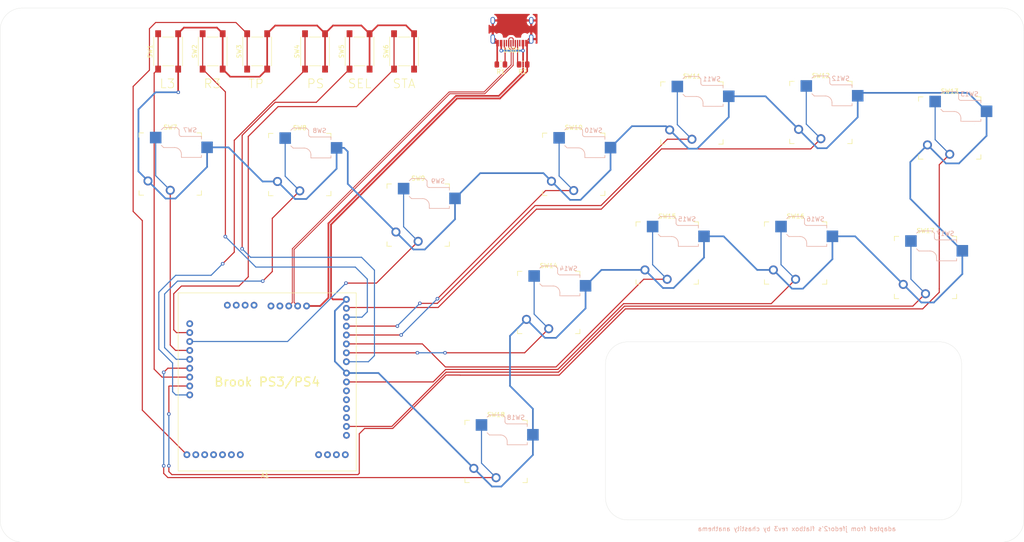
<source format=kicad_pcb>
(kicad_pcb (version 20211014) (generator pcbnew)
  (layers (0 "F.Cu" signal) (31 "B.Cu" signal) (34 "B.Paste" user) (35 "F.Paste" user) (36 "B.SilkS" user "B.Silkscreen") (37 "F.SilkS" user "F.Silkscreen") (38 "B.Mask" user) (39 "F.Mask" user) (44 "Edge.Cuts" user))
  (net 0 "")
  (net 1 "GND")
  (net 2 "+5V")
  (net 3 "D-")
  (net 4 "D+")
  (net 7 "LEFT")
  (net 8 "DOWN")
  (net 9 "RIGHT")
  (net 10 "UP")
  (net 24 "OPTIONS")
  (net 25 "L3")
  (net 26 "L1")
  (net 27 "PS_Key")
  (net 28 "R1")
  (net 29 "R3")
  (net 30 "TRIANGLE")
  (net 31 "SQUARE")
  (net 32 "CIRCLE")
  (net 33 "CROSS")
  (net 34 "SHARE")
  (net 35 "R2")
  (net 36 "L2")
  (net 37 "TPKEY")
  (net 38 "Net-(R1-Pad1)")
  (net 39 "Net-(R2-Pad1)")
  (footprint "Kailh:Kailh_socket_PG1350_optional" (layer "F.Cu") (at 87.32 65.17)
    (fp_text reference "SW8")
    (fp_text value "SW_Push")
  )
  (footprint "Kailh:Kailh_socket_PG1350_optional" (layer "F.Cu") (at 113.92 76.52)
    (fp_text reference "SW9")
    (fp_text value "SW_Push")
  )
  (footprint "Kailh:Kailh_socket_PG1350_optional" (layer "F.Cu") (at 131.42 129.62)
    (fp_text reference "SW18")
    (fp_text value "SW_Push")
  )
  (footprint "Kailh:Kailh_socket_PG1350_optional" (layer "F.Cu") (at 148.86 65.11)
    (fp_text reference "SW10")
    (fp_text value "SW_Push")
  )
  (footprint "Kailh:Kailh_socket_PG1350_optional" (layer "F.Cu") (at 175.42 53.58)
    (fp_text reference "SW11")
    (fp_text value "SW_Push")
  )
  (footprint "Kailh:Kailh_socket_PG1350_optional" (layer "F.Cu") (at 204.39 53.46)
    (fp_text reference "SW12")
    (fp_text value "SW_Push")
  )
  (footprint "Kailh:Kailh_socket_PG1350_optional" (layer "F.Cu") (at 233.3364 56.9504)
    (fp_text reference "SW13")
    (fp_text value "SW_Push")
  )
  (footprint "Kailh:Kailh_socket_PG1350_optional" (layer "F.Cu") (at 143.25 96.15)
    (fp_text reference "SW14")
    (fp_text value "SW_Push")
  )
  (footprint "Kailh:Kailh_socket_PG1350_optional" (layer "F.Cu") (at 169.86 85.04)
    (fp_text reference "SW15")
    (fp_text value "SW_Push")
  )
  (footprint "Kailh:Kailh_socket_PG1350_optional" (layer "F.Cu") (at 198.71 85.04)
    (fp_text reference "SW16")
    (fp_text value "SW_Push")
  )
  (footprint "Kailh:Kailh_socket_PG1350_optional" (layer "F.Cu") (at 227.8964 88.2904)
    (fp_text reference "SW17")
    (fp_text value "SW_Push")
  )
  (footprint "Chicago Screw:Chicago Screw" (layer "F.Cu") (at 27 37)
    (fp_text reference "REF**" hide)
    (fp_text value "Chicago Screw")
  )
  (footprint "Chicago Screw:Chicago Screw" (layer "F.Cu") (at 32 138)
    (fp_text reference "REF**" hide)
    (fp_text value "Chicago Screw")
  )
  (footprint "Chicago Screw:Chicago Screw" (layer "F.Cu") (at 243 143)
    (fp_text reference "REF**" hide)
    (fp_text value "Chicago Screw")
  )
  (footprint "Chicago Screw:Chicago Screw" (layer "F.Cu") (at 243 37)
    (fp_text reference "REF**" hide)
    (fp_text value "Chicago Screw")
  )
  (footprint "Kailh:Kailh_socket_PG1350_optional" (layer "F.Cu") (at 58.225 65.05)
    (fp_text reference "SW7")
    (fp_text value "SW_Push")
  )
  (footprint "Button_Switch_SMD:SW_Push_1P1T_NO_6x6mm_H9.5mm" (layer "F.Cu") (at 90.75 39.75 90)
    (fp_text reference "SW4")
    (fp_text value "SW_Push")
  )
  (footprint "Button_Switch_SMD:SW_Push_1P1T_NO_6x6mm_H9.5mm" (layer "F.Cu") (at 67.75 39.75 90)
    (fp_text reference "SW2")
    (fp_text value "SW_Push")
  )
  (footprint "Button_Switch_SMD:SW_Push_1P1T_NO_6x6mm_H9.5mm" (layer "F.Cu") (at 100.75 39.75 90)
    (fp_text reference "SW5")
    (fp_text value "SW_Push")
  )
  (footprint "Button_Switch_SMD:SW_Push_1P1T_NO_6x6mm_H9.5mm" (layer "F.Cu") (at 57.75 39.75 90)
    (fp_text reference "SW1")
    (fp_text value "SW_Push")
  )
  (footprint "Button_Switch_SMD:SW_Push_1P1T_NO_6x6mm_H9.5mm" (layer "F.Cu") (at 77.75 39.75 90)
    (fp_text reference "SW3")
    (fp_text value "SW_Push")
  )
  (footprint "Button_Switch_SMD:SW_Push_1P1T_NO_6x6mm_H9.5mm" (layer "F.Cu") (at 110.75 39.75 90)
    (fp_text reference "SW6")
    (fp_text value "SW_Push")
  )
  (footprint "Brook:Brook_PS3PS4_PCBA" (layer "F.Cu") (at 60 134 90)
    (fp_text reference "A1")
    (fp_text value "Brook_PS3PS4_PCBA")
  )
  (footprint "Resistor_SMD:R_0805_2012Metric" (layer "F.Cu") (at 137.5 42.68)
    (fp_text reference "R2")
    (fp_text value "5.1k")
  )
  (footprint "Type-C:HRO-TYPE-C-31-M-12-Assembly" (layer "F.Cu") (at 135 30.1968 180)
    (fp_text reference "USB1")
    (fp_text value "HRO-TYPE-C-31-M-12")
  )
  (footprint "Resistor_SMD:R_0805_2012Metric" (layer "F.Cu") (at 132.5 42.68 180)
    (fp_text reference "R1")
    (fp_text value "5.1k")
  )
  (footprint "" (layer "F.Cu") (at 46.5 143.5)
    (fp_text reference "")
    (fp_text value "")
  )
  (gr_line (start 25 30) (end 245 30) (layer "Edge.Cuts") (width 0.05))
  (gr_line (start 250 35) (end 250 145) (layer "Edge.Cuts") (width 0.05))
  (gr_line (start 245 150) (end 25 150) (layer "Edge.Cuts") (width 0.05))
  (gr_line (start 20 145) (end 20 35) (layer "Edge.Cuts") (width 0.05))
  (gr_arc (start 20 35) (mid 21.464466 31.464466) (end 25 30) (layer "Edge.Cuts") (width 0.05))
  (gr_arc (start 250 145) (mid 248.535534 148.535534) (end 245 150) (layer "Edge.Cuts") (width 0.05))
  (gr_line (start 161 105) (end 231 105) (layer "Edge.Cuts") (width 0.05))
  (gr_line (start 231 145) (end 161 145) (layer "Edge.Cuts") (width 0.05))
  (gr_line (start 236 110) (end 236 140) (layer "Edge.Cuts") (width 0.05))
  (gr_arc (start 245 30) (mid 248.535534 31.464466) (end 250 35) (layer "Edge.Cuts") (width 0.05))
  (gr_arc (start 231 105) (mid 234.535534 106.464466) (end 236 110) (layer "Edge.Cuts") (width 0.05))
  (gr_arc (start 236 140) (mid 234.535534 143.535534) (end 231 145) (layer "Edge.Cuts") (width 0.05))
  (gr_arc (start 156 110) (mid 157.464466 106.464466) (end 161 105) (layer "Edge.Cuts") (width 0.05))
  (gr_arc (start 25 150) (mid 21.464466 148.535534) (end 20 145) (layer "Edge.Cuts") (width 0.05))
  (gr_line (start 156 140) (end 156 110) (layer "Edge.Cuts") (width 0.05))
  (gr_arc (start 161 145) (mid 157.464466 143.535534) (end 156 140) (layer "Edge.Cuts") (width 0.05))
  (gr_text "adapted from jfedor2's flatbox rev3 by chastity anathema" (at 199 147) (layer "B.SilkS") (effects (font (size 1 1)) (justify mirror)))
  (gr_text "PS" (at 90.86 47) (layer "F.SilkS") (effects (font (size 2 2))))
  (gr_text "R3" (at 67.67 47) (layer "F.SilkS") (effects (font (size 2 2))))
  (gr_text "SEL" (at 100.79 47) (layer "F.SilkS") (effects (font (size 2 2))))
  (gr_text "STA" (at 110.76 47) (layer "F.SilkS") (effects (font (size 2 2))))
  (gr_text "TP" (at 77.49 47) (layer "F.SilkS") (effects (font (size 2 2))))
  (gr_text "L3" (at 57.59 47) (layer "F.SilkS") (effects (font (size 2 2))))
  (segment (start 70 35.775) (end 70 43.725) (width 0.381) (layer "F.Cu") (net 1))
  (segment (start 60 48.91) (end 60.02 48.93) (width 0.381) (layer "F.Cu") (net 1))
  (segment (start 132.289449 50.320551) (end 138.4125 44.1975) (width 0.381) (layer "F.Cu") (net 1))
  (segment (start 131.6825 42.6175) (end 131.6825 38) (width 0.381) (layer "F.Cu") (net 1))
  (segment (start 104.88 33.89) (end 111.17 33.89) (width 0.381) (layer "F.Cu") (net 1))
  (segment (start 131.8075 37.875) (end 131.6275 37.875) (width 0.381) (layer "F.Cu") (net 1))
  (segment (start 60 43.725) (end 60 48.91) (width 0.381) (layer "F.Cu") (net 1))
  (segment (start 97.79 95.46) (end 94.78 95.46) (width 0.381) (layer "F.Cu") (net 1))
  (segment (start 60.02 35.7) (end 60.02 43.83) (width 0.381) (layer "F.Cu") (net 1))
  (segment (start 138.4375 37.875) (end 138.3825 37.875) (width 0.381) (layer "F.Cu") (net 1))
  (segment (start 131.8075 42.4925) (end 131.62 42.68) (width 0.381) (layer "F.Cu") (net 1))
  (segment (start 81.8 33.94) (end 91.22 33.94) (width 0.381) (layer "F.Cu") (net 1))
  (segment (start 91.22 33.94) (end 93 35.72) (width 0.381) (layer "F.Cu") (net 1))
  (segment (start 131.6825 38) (end 131.8075 37.875) (width 0.381) (layer "F.Cu") (net 1))
  (segment (start 122.650429 50.320551) (end 132.289449 50.320551) (width 0.381) (layer "F.Cu") (net 1))
  (segment (start 68.7 34.4) (end 70 35.7) (width 0.381) (layer "F.Cu") (net 1))
  (segment (start 80 35.775) (end 80 43.725) (width 0.381) (layer "F.Cu") (net 1))
  (segment (start 94.79 33.93) (end 101.155 33.93) (width 0.381) (layer "F.Cu") (net 1))
  (segment (start 131.62 42.68) (end 131.6825 42.6175) (width 0.381) (layer "F.Cu") (net 1))
  (segment (start 103 35.77) (end 104.88 33.89) (width 0.381) (layer "F.Cu") (net 1))
  (segment (start 78.295 45.43) (end 80 43.725) (width 0.381) (layer "F.Cu") (net 1))
  (segment (start 93 35.775) (end 93 35.72) (width 0.381) (layer "F.Cu") (net 1))
  (segment (start 94.34052 78.63046) (end 122.650429 50.320551) (width 0.381) (layer "F.Cu") (net 1))
  (segment (start 94.78 95.46) (end 94.34052 95.02052) (width 0.381) (layer "F.Cu") (net 1))
  (segment (start 111.17 33.89) (end 113.05 35.77) (width 0.381) (layer "F.Cu") (net 1))
  (segment (start 71.705 45.43) (end 78.295 45.43) (width 0.381) (layer "F.Cu") (net 1))
  (segment (start 138.4125 44.1975) (end 138.4125 42.68) (width 0.381) (layer "F.Cu") (net 1))
  (segment (start 138.4754 42.7104) (end 138.445 42.68) (width 0.381) (layer "F.Cu") (net 1))
  (segment (start 138.3825 42.6175) (end 138.445 42.68) (width 0.381) (layer "F.Cu") (net 1))
  (segment (start 113 35.775) (end 113 43.725) (width 0.381) (layer "F.Cu") (net 1))
  (segment (start 131.6275 37.875) (end 130.7125 36.96) (width 0.381) (layer "F.Cu") (net 1))
  (segment (start 139.3525 36.96) (end 138.4375 37.875) (width 0.381) (layer "F.Cu") (net 1))
  (segment (start 70 43.725) (end 71.705 45.43) (width 0.381) (layer "F.Cu") (net 1))
  (segment (start 80 35.74) (end 81.8 33.94) (width 0.381) (layer "F.Cu") (net 1))
  (segment (start 61.3 34.4) (end 68.7 34.4) (width 0.381) (layer "F.Cu") (net 1))
  (segment (start 60.02 35.68) (end 61.3 34.4) (width 0.381) (layer "F.Cu") (net 1))
  (segment (start 103 43.725) (end 103 35.775) (width 0.381) (layer "F.Cu") (net 1))
  (segment (start 94.34052 95.02052) (end 94.34052 78.63046) (width 0.381) (layer "F.Cu") (net 1))
  (segment (start 93 35.72) (end 94.79 33.93) (width 0.381) (layer "F.Cu") (net 1))
  (segment (start 138.3825 37.875) (end 138.3825 42.6175) (width 0.381) (layer "F.Cu") (net 1))
  (segment (start 93 35.775) (end 93 43.725) (width 0.381) (layer "F.Cu") (net 1))
  (segment (start 101.155 33.93) (end 103 35.775) (width 0.381) (layer "F.Cu") (net 1))
  (via (at 60.02 48.93) (size 0.8) (drill 0.4) (layers "F.Cu" "B.Cu") (net 1))
  (segment (start 95.2 109.39) (end 97.81 112) (width 0.381) (layer "B.Cu") (net 1))
  (segment (start 142.4 104.1) (end 144.9 104.1) (width 0.381) (layer "B.Cu") (net 1))
  (segment (start 212.096 81.29) (end 206.985 81.29) (width 0.381) (layer "B.Cu") (net 1))
  (segment (start 226.9564 96.1504) (end 229.7764 96.1504) (width 0.381) (layer "B.Cu") (net 1))
  (segment (start 182.54 81.29) (end 178.135 81.29) (width 0.381) (layer "B.Cu") (net 1))
  (segment (start 237.471379 49.060379) (end 213.314621 49.060379) (width 0.381) (layer "B.Cu") (net 1))
  (segment (start 176.6 61.6) (end 183.695 54.505) (width 0.381) (layer "B.Cu") (net 1))
  (segment (start 222.8964 92.0904) (end 226.9564 96.1504) (width 0.381) (layer "B.Cu") (net 1))
  (segment (start 191.96 49.83) (end 196.831401 54.701401) (width 0.381) (layer "B.Cu") (net 1))
  (segment (start 115.4 84.25) (end 122.195 77.455) (width 0.381) (layer "B.Cu") (net 1))
  (segment (start 157.135 61.36) (end 161.945 56.55) (width 0.381) (layer "B.Cu") (net 1))
  (segment (start 66.5 65.7) (end 66.5 61.3) (width 0.381) (layer "B.Cu") (net 1))
  (segment (start 164.86 88.84) (end 155.085 88.84) (width 0.381) (layer "B.Cu") (net 1))
  (segment (start 213.314621 49.060379) (end 212.665 49.71) (width 0.381) (layer "B.Cu") (net 1))
  (segment (start 148.05 73.1) (end 150.4 73.1) (width 0.381) (layer "B.Cu") (net 1))
  (segment (start 178.135 86.065) (end 178.135 81.29) (width 0.381) (layer "B.Cu") (net 1))
  (segment (start 150.4 73.1) (end 157.135 66.365) (width 0.381) (layer "B.Cu") (net 1))
  (segment (start 97.81 112) (end 105 112) (width 0.381) (layer "B.Cu") (net 1))
  (segment (start 205.7 61.5) (end 212.665 54.535) (width 0.381) (layer "B.Cu") (net 1))
  (segment (start 132.6 137.5) (end 139.695 130.405) (width 0.381) (layer "B.Cu") (net 1))
  (segment (start 229.7764 96.1504) (end 236.1714 89.7554) (width 0.381) (layer "B.Cu") (net 1))
  (segment (start 174.64 61.6) (end 176.6 61.6) (width 0.381) (layer "B.Cu") (net 1))
  (segment (start 130.5 137.5) (end 132.6 137.5) (width 0.381) (layer "B.Cu") (net 1))
  (segment (start 212.665 54.535) (end 212.665 49.71) (width 0.381) (layer "B.Cu") (net 1))
  (segment (start 108.92 80.32) (end 112.85 84.25) (width 0.381) (layer "B.Cu") (net 1))
  (segment (start 193.71 88.84) (end 190.09 88.84) (width 0.381) (layer "B.Cu") (net 1))
  (segment (start 127.865 67.1) (end 142.05 67.1) (width 0.381) (layer "B.Cu") (net 1))
  (segment (start 139.695 120.045) (end 139.695 125.87) (width 0.381) (layer "B.Cu") (net 1))
  (segment (start 190.09 88.84) (end 182.54 81.29) (width 0.381) (layer "B.Cu") (net 1))
  (segment (start 232.4864 64.9004) (end 235.4264 64.9004) (width 0.381) (layer "B.Cu") (net 1))
  (segment (start 183.695 49.83) (end 191.96 49.83) (width 0.381) (layer "B.Cu") (net 1))
  (segment (start 51.08 66.705) (end 53.225 68.85) (width 0.381) (layer "B.Cu") (net 1))
  (segment (start 142.05 67.1) (end 143.86 68.91) (width 0.381) (layer "B.Cu") (net 1))
  (segment (start 86.25 72.9) (end 88.8 72.9) (width 0.381) (layer "B.Cu") (net 1))
  (segment (start 78.97 68.97) (end 82.32 68.97) (width 0.381) (layer "B.Cu") (net 1))
  (segment (start 222.8964 92.0904) (end 212.096 81.29) (width 0.381) (layer "B.Cu") (net 1))
  (segment (start 193.71 88.84) (end 197.92 93.05) (width 0.381) (layer "B.Cu") (net 1))
  (segment (start 71.3 61.3) (end 78.97 68.97) (width 0.381) (layer "B.Cu") (net 1))
  (segment (start 224.4764 64.6104) (end 224.4764 72.8454) (width 0.381) (layer "B.Cu") (net 1))
  (segment (start 144.9 104.1) (end 151.525 97.475) (width 0.381) (layer "B.Cu") (net 1))
  (segment (start 151.525 97.475) (end 151.525 92.4) (width 0.381) (layer "B.Cu") (net 1))
  (segment (start 95.2 98.05) (end 95.2 109.39) (width 0.381) (layer "B.Cu") (net 1))
  (segment (start 105 112) (end 126.42 133.42) (width 0.381) (layer "B.Cu") (net 1))
  (segment (start 224.4764 72.8454) (end 236.1714 84.5404) (width 0.381) (layer "B.Cu") (net 1))
  (segment (start 97.27 61.42) (end 98.1 62.25) (width 0.381) (layer "B.Cu") (net 1))
  (segment (start 54.92 48.93) (end 51.08 52.77) (width 0.381) (layer "B.Cu") (net 1))
  (segment (start 168.92 92.9) (end 171.3 92.9) (width 0.381) (layer "B.Cu") (net 1))
  (segment (start 122.195 72.77) (end 127.865 67.1) (width 0.381) (layer "B.Cu") (net 1))
  (segment (start 228.3364 60.7504) (end 224.4764 64.6104) (width 0.381) (layer "B.Cu") (net 1))
  (segment (start 169.59 56.55) (end 170.42 57.38) (width 0.381) (layer "B.Cu") (net 1))
  (segment (start 228.3364 60.7504) (end 232.4864 64.9004) (width 0.381) (layer "B.Cu") (net 1))
  (segment (start 134.55 114.9) (end 139.695 120.045) (width 0.381) (layer "B.Cu") (net 1))
  (segment (start 126.42 133.42) (end 130.5 137.5) (width 0.381) (layer "B.Cu") (net 1))
  (segment (start 241.6114 53.2004) (end 237.471379 49.060379) (width 0.381) (layer "B.Cu") (net 1))
  (segment (start 51.08 52.77) (end 51.08 66.705) (width 0.381) (layer "B.Cu") (net 1))
  (segment (start 98.1 69.5) (end 108.92 80.32) (width 0.381) (layer "B.Cu") (net 1))
  (segment (start 134.55 103.65) (end 134.55 114.9) (width 0.381) (layer "B.Cu") (net 1))
  (segment (start 161.945 56.55) (end 169.59 56.55) (width 0.381) (layer "B.Cu") (net 1))
  (segment (start 164.86 88.84) (end 168.92 92.9) (width 0.381) (layer "B.Cu") (net 1))
  (segment (start 97.79 95.46) (end 95.2 98.05) (width 0.381) (layer "B.Cu") (net 1))
  (segment (start 183.695 54.505) (end 183.695 49.83) (width 0.381) (layer "B.Cu") (net 1))
  (segment (start 60.02 48.93) (end 54.92 48.93) (width 0.381) (layer "B.Cu") (net 1))
  (segment (start 53.225 68.85) (end 57.175 72.8) (width 0.381) (layer "B.Cu") (net 1))
  (segment (start 122.195 77.455) (end 122.195 72.77) (width 0.381) (layer "B.Cu") (net 1))
  (segment (start 157.135 66.365) (end 157.135 61.36) (width 0.381) (layer "B.Cu") (net 1))
  (segment (start 143.86 68.91) (end 148.05 73.1) (width 0.381) (layer "B.Cu") (net 1))
  (segment (start 138.25 99.95) (end 142.4 104.1) (width 0.381) (layer "B.Cu") (net 1))
  (segment (start 170.42 57.38) (end 174.64 61.6) (width 0.381) (layer "B.Cu") (net 1))
  (segment (start 139.695 130.405) (end 139.695 125.87) (width 0.381) (layer "B.Cu") (net 1))
  (segment (start 95.595 61.42) (end 97.27 61.42) (width 0.381) (layer "B.Cu") (net 1))
  (segment (start 196.831401 54.701401) (end 199.39 57.26) (width 0.381) (layer "B.Cu") (net 1))
  (segment (start 57.175 72.8) (end 59.4 72.8) (width 0.381) (layer "B.Cu") (net 1))
  (segment (start 241.6114 58.7154) (end 241.6114 53.2004) (width 0.381) (layer "B.Cu") (net 1))
  (segment (start 88.8 72.9) (end 95.595 66.105) (width 0.381) (layer "B.Cu") (net 1))
  (segment (start 203.63 61.5) (end 205.7 61.5) (width 0.381) (layer "B.Cu") (net 1))
  (segment (start 200.35 93.05) (end 206.985 86.415) (width 0.381) (layer "B.Cu") (net 1))
  (segment (start 59.4 72.8) (end 66.5 65.7) (width 0.381) (layer "B.Cu") (net 1))
  (segment (start 98.1 62.25) (end 98.1 69.5) (width 0.381) (layer "B.Cu") (net 1))
  (segment (start 206.985 86.415) (end 206.985 81.29) (width 0.381) (layer "B.Cu") (net 1))
  (segment (start 138.25 99.95) (end 134.55 103.65) (width 0.381) (layer "B.Cu") (net 1))
  (segment (start 236.1714 89.7554) (end 236.1714 84.5404) (width 0.381) (layer "B.Cu") (net 1))
  (segment (start 171.3 92.9) (end 178.135 86.065) (width 0.381) (layer "B.Cu") (net 1))
  (segment (start 155.085 88.84) (end 151.525 92.4) (width 0.381) (layer "B.Cu") (net 1))
  (segment (start 95.595 66.105) (end 95.595 61.42) (width 0.381) (layer "B.Cu") (net 1))
  (segment (start 66.5 61.3) (end 71.3 61.3) (width 0.381) (layer "B.Cu") (net 1))
  (segment (start 112.85 84.25) (end 115.4 84.25) (width 0.381) (layer "B.Cu") (net 1))
  (segment (start 235.4264 64.9004) (end 241.6114 58.7154) (width 0.381) (layer "B.Cu") (net 1))
  (segment (start 199.39 57.26) (end 203.63 61.5) (width 0.381) (layer "B.Cu") (net 1))
  (segment (start 82.32 68.97) (end 86.25 72.9) (width 0.381) (layer "B.Cu") (net 1))
  (segment (start 197.92 93.05) (end 200.35 93.05) (width 0.381) (layer "B.Cu") (net 1))
  (segment (start 88.85 96.94) (end 91.91 96.94) (width 0.381) (layer "F.Cu") (net 2))
  (segment (start 122.409969 49.740031) (end 132.048989 49.740031) (width 0.381) (layer "F.Cu") (net 2))
  (segment (start 137.4825 39.5645) (end 137.467 39.58) (width 0.381) (layer "F.Cu") (net 2))
  (segment (start 93.76 95.09) (end 93.76 78.39) (width 0.381) (layer "F.Cu") (net 2))
  (segment (start 93.76 78.39) (end 122.409969 49.740031) (width 0.381) (layer "F.Cu") (net 2))
  (segment (start 132.048989 49.740031) (end 137.49002 44.299) (width 0.381) (layer "F.Cu") (net 2))
  (segment (start 137.4825 37.875) (end 137.4825 39.5645) (width 0.381) (layer "F.Cu") (net 2))
  (segment (start 137.54248 39.65548) (end 137.467 39.58) (width 0.381) (layer "F.Cu") (net 2))
  (segment (start 132.5825 39.58) (end 132.5825 37.875) (width 0.381) (layer "F.Cu") (net 2))
  (segment (start 91.91 96.94) (end 93.76 95.09) (width 0.381) (layer "F.Cu") (net 2))
  (segment (start 137.49002 44.299) (end 137.49002 39.60302) (width 0.381) (layer "F.Cu") (net 2))
  (segment (start 137.49002 39.60302) (end 137.467 39.58) (width 0.381) (layer "F.Cu") (net 2))
  (via (at 132.5825 39.58) (size 0.8) (drill 0.4) (layers "F.Cu" "B.Cu") (net 2))
  (via (at 137.467 39.58) (size 0.8) (drill 0.4) (layers "F.Cu" "B.Cu") (net 2))
  (segment (start 137.467 39.58) (end 132.5825 39.58) (width 0.381) (layer "B.Cu") (net 2))
  (segment (start 135.7825 38.790002) (end 135.7825 37.875) (width 0.2) (layer "F.Cu") (net 3))
  (segment (start 128.897134 49.250011) (end 135.27 42.877145) (width 0.2) (layer "F.Cu") (net 3))
  (segment (start 135.2325 39.28) (end 135.292502 39.28) (width 0.2) (layer "F.Cu") (net 3))
  (segment (start 121.049989 49.250011) (end 128.897134 49.250011) (width 0.2) (layer "F.Cu") (net 3))
  (segment (start 86.85 96.94) (end 86.05 96.14) (width 0.2) (layer "F.Cu") (net 3))
  (segment (start 135.2575 39.305) (end 135.2325 39.28) (width 0.2) (layer "F.Cu") (net 3))
  (segment (start 135.27 42.877145) (end 135.27 39.25) (width 0.2) (layer "F.Cu") (net 3))
  (segment (start 86.05 96.14) (end 86.05 84.25) (width 0.2) (layer "F.Cu") (net 3))
  (segment (start 135.292502 39.28) (end 135.7825 38.790002) (width 0.2) (layer "F.Cu") (net 3))
  (segment (start 134.7825 37.875) (end 134.7825 38.83) (width 0.2) (layer "F.Cu") (net 3))
  (segment (start 134.7825 38.83) (end 135.2325 39.28) (width 0.2) (layer "F.Cu") (net 3))
  (segment (start 86.05 84.25) (end 121.049989 49.250011) (width 0.2) (layer "F.Cu") (net 3))
  (segment (start 135.0325 36.68) (end 135.2825 36.93) (width 0.2) (layer "F.Cu") (net 4))
  (segment (start 85.65048 96.13952) (end 84.85 96.94) (width 0.2) (layer "F.Cu") (net 4))
  (segment (start 134.2825 37.875) (end 134.2825 36.95) (width 0.2) (layer "F.Cu") (net 4))
  (segment (start 134.82 42.762139) (end 128.732139 48.85) (width 0.2) (layer "F.Cu") (net 4))
  (segment (start 120.8843 48.85) (end 85.65048 84.08382) (width 0.2) (layer "F.Cu") (net 4))
  (segment (start 134.2825 36.95) (end 134.5525 36.68) (width 0.2) (layer "F.Cu") (net 4))
  (segment (start 134.2825 38.93) (end 134.8325 39.48) (width 0.2) (layer "F.Cu") (net 4))
  (segment (start 134.5525 36.68) (end 135.0325 36.68) (width 0.2) (layer "F.Cu") (net 4))
  (segment (start 128.732139 48.85) (end 120.8843 48.85) (width 0.2) (layer "F.Cu") (net 4))
  (segment (start 85.65048 84.08382) (end 85.65048 96.13952) (width 0.2) (layer "F.Cu") (net 4))
  (segment (start 135.2825 36.93) (end 135.2825 37.875) (width 0.2) (layer "F.Cu") (net 4))
  (segment (start 134.2825 37.875) (end 134.2825 38.93) (width 0.2) (layer "F.Cu") (net 4))
  (segment (start 134.82 39.45) (end 134.82 42.762139) (width 0.2) (layer "F.Cu") (net 4))
  (segment (start 58.225 70.95) (end 58.225 105.725) (width 0.254) (layer "F.Cu") (net 7))
  (segment (start 59.42 106.92) (end 62.6 106.92) (width 0.254) (layer "F.Cu") (net 7))
  (segment (start 58.225 105.725) (end 59.42 106.92) (width 0.254) (layer "F.Cu") (net 7))
  (segment (start 54.95 59.1) (end 54.95 67.675) (width 0.254) (layer "B.Cu") (net 7))
  (segment (start 54.95 67.675) (end 58.225 70.95) (width 0.254) (layer "B.Cu") (net 7))
  (segment (start 81.15 89.2) (end 79 91.35) (width 0.254) (layer "F.Cu") (net 8))
  (segment (start 81.15 77.24) (end 81.15 89.2) (width 0.254) (layer "F.Cu") (net 8))
  (segment (start 87.32 71.07) (end 81.15 77.24) (width 0.254) (layer "F.Cu") (net 8))
  (via (at 79 91.35) (size 0.8) (drill 0.4) (layers "F.Cu" "B.Cu") (net 8))
  (segment (start 59.85 91.35) (end 79 91.35) (width 0.254) (layer "B.Cu") (net 8))
  (segment (start 56.95 94.25) (end 59.85 91.35) (width 0.254) (layer "B.Cu") (net 8))
  (segment (start 62.6 108.92) (end 59.57 108.92) (width 0.254) (layer "B.Cu") (net 8))
  (segment (start 84.045 59.22) (end 84.045 67.795) (width 0.254) (layer "B.Cu") (net 8))
  (segment (start 56.95 106.3) (end 56.95 94.25) (width 0.254) (layer "B.Cu") (net 8))
  (segment (start 59.57 108.92) (end 56.95 106.3) (width 0.254) (layer "B.Cu") (net 8))
  (segment (start 84.045 67.795) (end 87.32 71.07) (width 0.254) (layer "B.Cu") (net 8))
  (segment (start 104.54 91.8) (end 97.700002 91.8) (width 0.254) (layer "F.Cu") (net 9))
  (segment (start 113.92 82.42) (end 104.54 91.8) (width 0.254) (layer "F.Cu") (net 9))
  (via (at 97.700002 91.8) (size 0.8) (drill 0.4) (layers "F.Cu" "B.Cu") (net 9))
  (segment (start 62.6 104.92) (end 84.580002 104.92) (width 0.254) (layer "B.Cu") (net 9))
  (segment (start 84.580002 104.92) (end 97.700002 91.8) (width 0.254) (layer "B.Cu") (net 9))
  (segment (start 110.645 70.57) (end 110.645 79.145) (width 0.254) (layer "B.Cu") (net 9))
  (segment (start 110.645 79.145) (end 113.92 82.42) (width 0.254) (layer "B.Cu") (net 9))
  (segment (start 56.75 134.55) (end 56.75 132.849998) (width 0.254) (layer "F.Cu") (net 10))
  (segment (start 131.42 135.52) (end 131.3836 135.4836) (width 0.254) (layer "F.Cu") (net 10))
  (segment (start 62.6 110.92) (end 57.68 110.92) (width 0.254) (layer "F.Cu") (net 10))
  (segment (start 57.6836 135.4836) (end 56.75 134.55) (width 0.254) (layer "F.Cu") (net 10))
  (segment (start 57.68 110.92) (end 56.75 111.85) (width 0.254) (layer "F.Cu") (net 10))
  (segment (start 131.3836 135.4836) (end 57.6836 135.4836) (width 0.254) (layer "F.Cu") (net 10))
  (via (at 56.75 111.85) (size 0.8) (drill 0.4) (layers "F.Cu" "B.Cu") (net 10))
  (via (at 56.75 132.849998) (size 0.8) (drill 0.4) (layers "F.Cu" "B.Cu") (net 10))
  (segment (start 128.145 123.67) (end 128.145 132.245) (width 0.254) (layer "B.Cu") (net 10))
  (segment (start 128.145 132.245) (end 131.42 135.52) (width 0.254) (layer "B.Cu") (net 10))
  (segment (start 56.75 111.85) (end 56.75 132.849998) (width 0.254) (layer "B.Cu") (net 10))
  (segment (start 108.5 43.725) (end 100.075 52.15) (width 0.254) (layer "F.Cu") (net 24))
  (segment (start 75.753489 90.386511) (end 73.68 92.46) (width 0.254) (layer "F.Cu") (net 24))
  (segment (start 59 94.19) (end 59 102.3) (width 0.254) (layer "F.Cu") (net 24))
  (segment (start 60.73 92.46) (end 59 94.19) (width 0.254) (layer "F.Cu") (net 24))
  (segment (start 73.68 92.46) (end 60.73 92.46) (width 0.254) (layer "F.Cu") (net 24))
  (segment (start 59.62 102.92) (end 62.6 102.92) (width 0.254) (layer "F.Cu") (net 24))
  (segment (start 82.45 52.15) (end 75.753489 58.846511) (width 0.254) (layer "F.Cu") (net 24))
  (segment (start 108.5 43.39) (end 108.5 35.83) (width 0.254) (layer "F.Cu") (net 24))
  (segment (start 75.753489 58.846511) (end 75.753489 90.386511) (width 0.254) (layer "F.Cu") (net 24))
  (segment (start 59 102.3) (end 59.62 102.92) (width 0.254) (layer "F.Cu") (net 24))
  (segment (start 100.075 52.15) (end 82.45 52.15) (width 0.254) (layer "F.Cu") (net 24))
  (segment (start 54.61 111.14) (end 56.39 112.92) (width 0.254) (layer "F.Cu") (net 25))
  (segment (start 56.39 112.92) (end 62.6 112.92) (width 0.254) (layer "F.Cu") (net 25))
  (segment (start 55.5 43.72) (end 55.5 35.77) (width 0.254) (layer "F.Cu") (net 25))
  (segment (start 54.61 44.615) (end 54.61 111.14) (width 0.254) (layer "F.Cu") (net 25))
  (segment (start 55.5 43.725) (end 54.61 44.615) (width 0.254) (layer "F.Cu") (net 25))
  (segment (start 230.99 93.0636) (end 230.99 65.1968) (width 0.254) (layer "F.Cu") (net 26))
  (segment (start 57.912 114.988) (end 57.98 114.92) (width 0.254) (layer "F.Cu") (net 26))
  (segment (start 120.194974 112.45) (end 123.34 112.45) (width 0.254) (layer "F.Cu") (net 26))
  (segment (start 57.912 134.142) (end 58.5932 134.8232) (width 0.254) (layer "F.Cu") (net 26))
  (segment (start 230.99 93.86) (end 230.99 93.06) (width 0.254) (layer "F.Cu") (net 26))
  (segment (start 100.69 134.53) (end 100.69 125.65) (width 0.254) (layer "F.Cu") (net 26))
  (segment (start 100.69 125.65) (end 101.88648 124.45352) (width 0.254) (layer "F.Cu") (net 26))
  (segment (start 108.191454 124.45352) (end 120.194974 112.45) (width 0.254) (layer "F.Cu") (net 26))
  (segment (start 123.3612 112.4712) (end 145.5928 112.4712) (width 0.254) (layer "F.Cu") (net 26))
  (segment (start 57.912 132.842) (end 57.912 134.142) (width 0.254) (layer "F.Cu") (net 26))
  (segment (start 145.5928 112.4712) (end 160.4772 97.5868) (width 0.254) (layer "F.Cu") (net 26))
  (segment (start 57.98 114.92) (end 62.6 114.92) (width 0.254) (layer "F.Cu") (net 26))
  (segment (start 101.88648 124.45352) (end 108.191454 124.45352) (width 0.254) (layer "F.Cu") (net 26))
  (segment (start 160.4772 97.5868) (end 227.2632 97.5868) (width 0.254) (layer "F.Cu") (net 26))
  (segment (start 230.99 65.1968) (end 233.3364 62.8504) (width 0.254) (layer "F.Cu") (net 26))
  (segment (start 100.3968 134.8232) (end 100.69 134.53) (width 0.254) (layer "F.Cu") (net 26))
  (segment (start 227.2632 97.5868) (end 230.99 93.86) (width 0.254) (layer "F.Cu") (net 26))
  (segment (start 58.5932 134.8232) (end 100.3968 134.8232) (width 0.254) (layer "F.Cu") (net 26))
  (segment (start 123.34 112.45) (end 123.3612 112.4712) (width 0.254) (layer "F.Cu") (net 26))
  (segment (start 57.912 121.2088) (end 57.912 114.988) (width 0.254) (layer "F.Cu") (net 26))
  (via (at 57.912 132.842) (size 0.8) (drill 0.4) (layers "F.Cu" "B.Cu") (net 26))
  (via (at 57.912 121.2088) (size 0.8) (drill 0.4) (layers "F.Cu" "B.Cu") (net 26))
  (segment (start 230.0614 59.5754) (end 233.3364 62.8504) (width 0.254) (layer "B.Cu") (net 26))
  (segment (start 230.0614 51.0004) (end 230.0614 59.5754) (width 0.254) (layer "B.Cu") (net 26))
  (segment (start 57.912 132.842) (end 57.912 121.2088) (width 0.254) (layer "B.Cu") (net 26))
  (segment (start 72.61 84.84) (end 72.61 59.718626) (width 0.254) (layer "F.Cu") (net 27))
  (segment (start 81.602146 50.72648) (end 81.69352 50.72648) (width 0.254) (layer "F.Cu") (net 27))
  (segment (start 72.61 59.718626) (end 81.602146 50.72648) (width 0.254) (layer "F.Cu") (net 27))
  (segment (start 88.5 43.92) (end 88.5 43.725) (width 0.254) (layer "F.Cu") (net 27))
  (segment (start 88.5 43.59) (end 88.5 35.86) (width 0.254) (layer "F.Cu") (net 27))
  (segment (start 81.69352 50.72648) (end 88.5 43.92) (width 0.254) (layer "F.Cu") (net 27))
  (segment (start 70 87.45) (end 72.61 84.84) (width 0.254) (layer "F.Cu") (net 27))
  (via (at 70 87.45) (size 0.8) (drill 0.4) (layers "F.Cu" "B.Cu") (net 27))
  (segment (start 58.75 116.2) (end 59.47 116.92) (width 0.254) (layer "B.Cu") (net 27))
  (segment (start 58.75 109.75) (end 58.75 116.2) (width 0.254) (layer "B.Cu") (net 27))
  (segment (start 67.4 90.05) (end 59.45 90.05) (width 0.254) (layer "B.Cu") (net 27))
  (segment (start 55.65 93.85) (end 55.65 106.65) (width 0.254) (layer "B.Cu") (net 27))
  (segment (start 55.65 106.65) (end 58.75 109.75) (width 0.254) (layer "B.Cu") (net 27))
  (segment (start 59.47 116.92) (end 62.6 116.92) (width 0.254) (layer "B.Cu") (net 27))
  (segment (start 70 87.45) (end 67.4 90.05) (width 0.254) (layer "B.Cu") (net 27))
  (segment (start 59.45 90.05) (end 55.65 93.85) (width 0.254) (layer "B.Cu") (net 27))
  (segment (start 118.395774 97.282) (end 140.487774 75.19) (width 0.254) (layer "F.Cu") (net 28))
  (segment (start 97.968 97.282) (end 118.395774 97.282) (width 0.254) (layer "F.Cu") (net 28))
  (segment (start 140.487774 75.19) (end 155.05 75.19) (width 0.254) (layer "F.Cu") (net 28))
  (segment (start 155.05 75.19) (end 168.59 61.65) (width 0.254) (layer "F.Cu") (net 28))
  (segment (start 168.59 61.65) (end 202.1 61.65) (width 0.254) (layer "F.Cu") (net 28))
  (segment (start 202.1 61.65) (end 204.39 59.36) (width 0.254) (layer "F.Cu") (net 28))
  (segment (start 97.79 97.46) (end 97.968 97.282) (width 0.254) (layer "F.Cu") (net 28))
  (segment (start 201.115 47.51) (end 201.115 56.085) (width 0.254) (layer "B.Cu") (net 28))
  (segment (start 201.115 56.085) (end 204.39 59.36) (width 0.254) (layer "B.Cu") (net 28))
  (segment (start 65.5 43.52) (end 65.5 35.69) (width 0.254) (layer "F.Cu") (net 29))
  (segment (start 70.61 48.835) (end 70.61 81.34) (width 0.254) (layer "F.Cu") (net 29))
  (segment (start 65.5 43.725) (end 70.61 48.835) (width 0.254) (layer "F.Cu") (net 29))
  (segment (start 70.61 81.34) (end 70.6 81.35) (width 0.254) (layer "F.Cu") (net 29))
  (via (at 70.6 81.35) (size 0.8) (drill 0.4) (layers "F.Cu" "B.Cu") (net 29))
  (segment (start 102.5 90.9) (end 99.8 88.2) (width 0.254) (layer "B.Cu") (net 29))
  (segment (start 101.29 99.46) (end 102.5 98.25) (width 0.254) (layer "B.Cu") (net 29))
  (segment (start 99.8 88.2) (end 77.45 88.2) (width 0.254) (layer "B.Cu") (net 29))
  (segment (start 102.5 98.25) (end 102.5 90.9) (width 0.254) (layer "B.Cu") (net 29))
  (segment (start 77.45 88.2) (end 70.6 81.35) (width 0.254) (layer "B.Cu") (net 29))
  (segment (start 97.79 99.46) (end 101.29 99.46) (width 0.254) (layer "B.Cu") (net 29))
  (segment (start 140.2088 74.3712) (end 154.9988 74.3712) (width 0.254) (layer "F.Cu") (net 30))
  (segment (start 97.79 101.46) (end 109.240002 101.46) (width 0.254) (layer "F.Cu") (net 30))
  (segment (start 118.23 96.35) (end 140.2088 74.3712) (width 0.254) (layer "F.Cu") (net 30))
  (segment (start 169.89 59.48) (end 175.42 59.48) (width 0.254) (layer "F.Cu") (net 30))
  (segment (start 114.3 96.35) (end 118.23 96.35) (width 0.254) (layer "F.Cu") (net 30))
  (segment (start 154.9988 74.3712) (end 169.89 59.48) (width 0.254) (layer "F.Cu") (net 30))
  (via (at 109.240002 101.46) (size 0.8) (drill 0.4) (layers "F.Cu" "B.Cu") (net 30))
  (via (at 114.3 96.35) (size 0.8) (drill 0.4) (layers "F.Cu" "B.Cu") (net 30))
  (segment (start 114.3 96.35) (end 109.240002 101.409998) (width 0.254) (layer "B.Cu") (net 30))
  (segment (start 172.145 47.63) (end 172.145 56.205) (width 0.254) (layer "B.Cu") (net 30))
  (segment (start 172.145 56.205) (end 175.42 59.48) (width 0.254) (layer "B.Cu") (net 30))
  (segment (start 109.240002 101.409998) (end 109.240002 101.46) (width 0.254) (layer "B.Cu") (net 30))
  (segment (start 142.54 71.01) (end 148.86 71.01) (width 0.254) (layer "F.Cu") (net 31))
  (segment (start 118.25 95.3) (end 142.54 71.01) (width 0.254) (layer "F.Cu") (net 31))
  (segment (start 110.089996 103.46) (end 110.099996 103.45) (width 0.254) (layer "F.Cu") (net 31))
  (segment (start 97.79 103.46) (end 110.089996 103.46) (width 0.254) (layer "F.Cu") (net 31))
  (via (at 118.25 95.3) (size 0.8) (drill 0.4) (layers "F.Cu" "B.Cu") (net 31))
  (via (at 110.099996 103.45) (size 0.8) (drill 0.4) (layers "F.Cu" "B.Cu") (net 31))
  (segment (start 145.585 59.16) (end 145.585 67.735) (width 0.254) (layer "B.Cu") (net 31))
  (segment (start 118.25 95.3) (end 110.1 103.45) (width 0.254) (layer "B.Cu") (net 31))
  (segment (start 145.585 67.735) (end 148.86 71.01) (width 0.254) (layer "B.Cu") (net 31))
  (segment (start 110.1 103.45) (end 110.099996 103.45) (width 0.254) (layer "B.Cu") (net 31))
  (segment (start 164.584 90.94) (end 144.8816 110.6424) (width 0.254) (layer "F.Cu") (net 32))
  (segment (start 144.8816 110.6424) (end 120.0404 110.6424) (width 0.254) (layer "F.Cu") (net 32))
  (segment (start 114.858 105.46) (end 97.79 105.46) (width 0.254) (layer "F.Cu") (net 32))
  (segment (start 120.0404 110.6424) (end 114.858 105.46) (width 0.254) (layer "F.Cu") (net 32))
  (segment (start 169.86 90.94) (end 164.584 90.94) (width 0.254) (layer "F.Cu") (net 32))
  (segment (start 166.585 87.665) (end 169.86 90.94) (width 0.254) (layer "B.Cu") (net 32))
  (segment (start 166.585 79.09) (end 166.585 87.665) (width 0.254) (layer "B.Cu") (net 32))
  (segment (start 113.7412 107.45) (end 113.7312 107.46) (width 0.254) (layer "F.Cu") (net 33))
  (segment (start 113.7312 107.46) (end 97.79 107.46) (width 0.254) (layer "F.Cu") (net 33))
  (segment (start 143.25 102.05) (end 137.85 107.45) (width 0.254) (layer "F.Cu") (net 33))
  (segment (start 137.85 107.45) (end 119.95 107.45) (width 0.254) (layer "F.Cu") (net 33))
  (via (at 119.95 107.45) (size 0.8) (drill 0.4) (layers "F.Cu" "B.Cu") (net 33))
  (via (at 113.7412 107.45) (size 0.8) (drill 0.4) (layers "F.Cu" "B.Cu") (net 33))
  (segment (start 113.7412 107.45) (end 119.95 107.45) (width 0.254) (layer "B.Cu") (net 33))
  (segment (start 139.975 90.2) (end 139.975 98.775) (width 0.254) (layer "B.Cu") (net 33))
  (segment (start 119.94 107.46) (end 119.95 107.45) (width 0.254) (layer "B.Cu") (net 33))
  (segment (start 139.975 98.775) (end 143.25 102.05) (width 0.254) (layer "B.Cu") (net 33))
  (segment (start 98.5 43.76) (end 98.5 35.84) (width 0.254) (layer "F.Cu") (net 34))
  (segment (start 91.045 51.18) (end 98.5 43.725) (width 0.254) (layer "F.Cu") (net 34))
  (segment (start 74.38 58.59) (end 81.79 51.18) (width 0.254) (layer "F.Cu") (net 34))
  (segment (start 74.363714 84.086286) (end 74.38 84.07) (width 0.254) (layer "F.Cu") (net 34))
  (segment (start 74.38 84.07) (end 74.38 58.59) (width 0.254) (layer "F.Cu") (net 34))
  (segment (start 81.79 51.18) (end 91.045 51.18) (width 0.254) (layer "F.Cu") (net 34))
  (via (at 74.363714 84.086286) (size 0.8) (drill 0.4) (layers "F.Cu" "B.Cu") (net 34))
  (segment (start 101.2 86) (end 104.1 88.9) (width 0.254) (layer "B.Cu") (net 34))
  (segment (start 76.277428 86) (end 101.2 86) (width 0.254) (layer "B.Cu") (net 34))
  (segment (start 104.1 108.1) (end 102.74 109.46) (width 0.254) (layer "B.Cu") (net 34))
  (segment (start 104.1 88.9) (end 104.1 108.1) (width 0.254) (layer "B.Cu") (net 34))
  (segment (start 74.363714 84.086286) (end 76.277428 86) (width 0.254) (layer "B.Cu") (net 34))
  (segment (start 102.74 109.46) (end 97.79 109.46) (width 0.254) (layer "B.Cu") (net 34))
  (segment (start 120.0912 111.2012) (end 117.2924 114) (width 0.254) (layer "F.Cu") (net 35))
  (segment (start 117.2924 114) (end 97.81 114) (width 0.254) (layer "F.Cu") (net 35))
  (segment (start 198.71 90.94) (end 193.2316 96.4184) (width 0.254) (layer "F.Cu") (net 35))
  (segment (start 193.2316 96.4184) (end 160.0708 96.4184) (width 0.254) (layer "F.Cu") (net 35))
  (segment (start 160.0708 96.4184) (end 145.288 111.2012) (width 0.254) (layer "F.Cu") (net 35))
  (segment (start 145.288 111.2012) (end 120.0912 111.2012) (width 0.254) (layer "F.Cu") (net 35))
  (segment (start 195.435 87.665) (end 198.71 90.94) (width 0.254) (layer "B.Cu") (net 35))
  (segment (start 195.435 79.09) (end 195.435 87.665) (width 0.254) (layer "B.Cu") (net 35))
  (segment (start 160.274 96.9772) (end 225.044 96.9772) (width 0.254) (layer "F.Cu") (net 36))
  (segment (start 97.81 124) (end 108.0036 124) (width 0.254) (layer "F.Cu") (net 36))
  (segment (start 227.8308 94.1904) (end 227.8964 94.1904) (width 0.254) (layer "F.Cu") (net 36))
  (segment (start 120.1928 111.8108) (end 145.4404 111.8108) (width 0.254) (layer "F.Cu") (net 36))
  (segment (start 108.0036 124) (end 120.1928 111.8108) (width 0.254) (layer "F.Cu") (net 36))
  (segment (start 145.4404 111.8108) (end 160.274 96.9772) (width 0.254) (layer "F.Cu") (net 36))
  (segment (start 225.044 96.9772) (end 227.8308 94.1904) (width 0.254) (layer "F.Cu") (net 36))
  (segment (start 224.6214 90.9154) (end 227.8964 94.1904) (width 0.254) (layer "B.Cu") (net 36))
  (segment (start 224.6214 82.3404) (end 224.6214 90.9154) (width 0.254) (layer "B.Cu") (net 36))
  (segment (start 54.95 33.25) (end 53.55 34.65) (width 0.254) (layer "F.Cu") (net 37))
  (segment (start 75.5 35.775) (end 75.495 35.775) (width 0.254) (layer "F.Cu") (net 37))
  (segment (start 53.55 43.96) (end 49.89 47.62) (width 0.254) (layer "F.Cu") (net 37))
  (segment (start 51.95 120.34) (end 61.96 130.35) (width 0.254) (layer "F.Cu") (net 37))
  (segment (start 49.89 47.62) (end 49.89 75.701374) (width 0.254) (layer "F.Cu") (net 37))
  (segment (start 51.95 77.761374) (end 51.95 120.34) (width 0.254) (layer "F.Cu") (net 37))
  (segment (start 72.97 33.25) (end 54.95 33.25) (width 0.254) (layer "F.Cu") (net 37))
  (segment (start 75.5 43.67) (end 75.5 35.71) (width 0.254) (layer "F.Cu") (net 37))
  (segment (start 49.89 75.701374) (end 51.95 77.761374) (width 0.254) (layer "F.Cu") (net 37))
  (segment (start 53.55 34.65) (end 53.55 43.96) (width 0.254) (layer "F.Cu") (net 37))
  (segment (start 75.495 35.775) (end 72.97 33.25) (width 0.254) (layer "F.Cu") (net 37))
  (segment (start 133.445 42.68) (end 133.445 39.001102) (width 0.254) (layer "F.Cu") (net 38))
  (segment (start 133.2825 42.5175) (end 133.445 42.68) (width 0.254) (layer "F.Cu") (net 38))
  (segment (start 133.2825 38.838602) (end 133.2825 37.875) (width 0.254) (layer "F.Cu") (net 38))
  (segment (start 133.445 39.001102) (end 133.2825 38.838602) (width 0.254) (layer "F.Cu") (net 38))
  (segment (start 136.25 42.31) (end 136.62 42.68) (width 0.254) (layer "F.Cu") (net 39))
  (segment (start 136.25 37.8918) (end 136.25 42.31) (width 0.254) (layer "F.Cu") (net 39))
  (zone (net 1) (net_name "GND") (layer "F.Cu") (connect_pads (clearance 0.508)) (min_thickness 0.254) (fill yes (thermal_gap 0.508) (thermal_bridge_width 0.508))
    (polygon (pts (xy 140.73 38.02) (xy 129.73 38.02) (xy 129.73 31.32) (xy 140.73 31.32)))
  )
)
</source>
